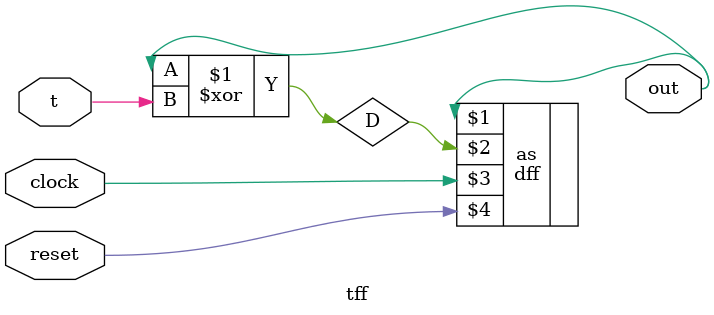
<source format=v>
`timescale 1ns / 1ps
module tff(out,t,clock,reset
    );
input t,clock,reset;
output out;
wire D;
assign D=out^t;
dff as(out,D,clock,reset);
endmodule


</source>
